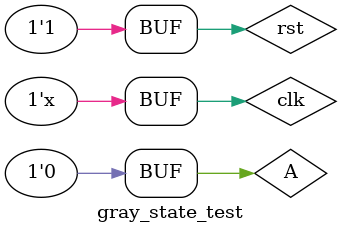
<source format=v>
`timescale 1ns / 1ps


module gray_state_test();

	reg clk=0;
	reg rst;
	reg A;
	wire F;
	wire G;

	gray_state U1(
		.clk(clk),
		.rst(rst),
		.A(A),
		.F(F),
		.G(G));

	always begin
		#10; 
		clk = ~clk;
	end

	always begin
		rst = 0;
		#100;
		rst = 1;
		#100;
	end

	always begin 
		A = 1;
		#20;
		A = 0;
		#20;
	end
endmodule

</source>
